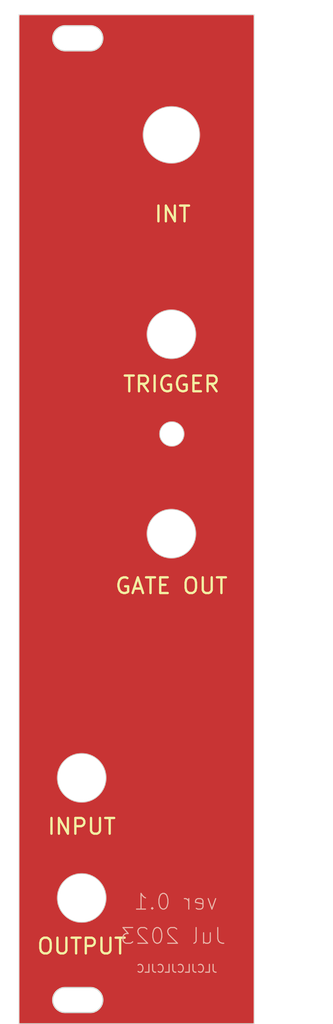
<source format=kicad_pcb>
(kicad_pcb (version 20211014) (generator pcbnew)
  (layers (0 "F.Cu" signal) (31 "B.Cu" signal) (34 "B.Paste" user) (35 "F.Paste" user) (36 "B.SilkS" user "B.Silkscreen") (37 "F.SilkS" user "F.Silkscreen") (38 "B.Mask" user) (39 "F.Mask" user) (44 "Edge.Cuts" user))
  (net 0 "")
  (footprint "Graphics:pot_scale_lines" (layer "F.Cu") (at 133.9 52.8)
    (fp_text reference "G***")
    (fp_text value "LOGO" hide)
  )
  (gr_line (start 120.3 161.45) (end 123.5 161.45) (layer "Edge.Cuts") (width 0.15))
  (gr_circle (center 133.85 103.65) (end 136.95 103.65) (layer "Edge.Cuts") (width 0.1) (fill none))
  (gr_line (start 123.5 42.15) (end 120.3 42.15) (layer "Edge.Cuts") (width 0.15))
  (gr_circle (center 122.4 134.75) (end 125.5 134.75) (layer "Edge.Cuts") (width 0.1) (fill none))
  (gr_rect (start 114.4 37.55) (end 144.4 166.05) (layer "Edge.Cuts") (width 0.1) (fill none))
  (gr_arc (start 120.3 42.15) (mid 118.7 40.55) (end 120.3 38.95) (layer "Edge.Cuts") (width 0.15))
  (gr_arc (start 120.3 164.65) (mid 118.7 163.05) (end 120.3 161.45) (layer "Edge.Cuts") (width 0.15))
  (gr_line (start 120.3 38.95) (end 123.5 38.95) (layer "Edge.Cuts") (width 0.15))
  (gr_arc (start 123.5 38.95) (mid 125.1 40.55) (end 123.5 42.15) (layer "Edge.Cuts") (width 0.15))
  (gr_arc (start 123.5 161.45) (mid 125.1 163.05) (end 123.5 164.65) (layer "Edge.Cuts") (width 0.15))
  (gr_circle (center 133.85 78.25) (end 136.95 78.25) (layer "Edge.Cuts") (width 0.1) (fill none))
  (gr_circle (center 133.85 52.85) (end 137.45 52.85) (layer "Edge.Cuts") (width 0.1) (fill none))
  (gr_circle (center 122.4 150.05) (end 125.5 150.05) (layer "Edge.Cuts") (width 0.1) (fill none))
  (gr_circle (center 133.9 90.95) (end 135.45 90.95) (layer "Edge.Cuts") (width 0.1) (fill none))
  (gr_line (start 123.5 164.65) (end 120.3 164.65) (layer "Edge.Cuts") (width 0.15))
  (gr_text "Jul 2023" (at 134.05 154.9) (layer "B.SilkS") (effects (font (size 2 2)) (justify mirror)))
  (gr_text "JLCJLCJLCJLC" (at 134.55 159.05) (layer "B.SilkS") (effects (font (size 1 1)) (justify mirror)))
  (gr_text "ver 0.1" (at 134.4 150.55) (layer "B.SilkS") (effects (font (size 2 2)) (justify mirror)))
  (gr_text "GATE OUT" (at 133.85 110.3) (layer "F.SilkS") (effects (font (size 2 2) (thickness 0.3))))
  (gr_text "INPUT" (at 122.4 140.95) (layer "F.SilkS") (effects (font (size 2 2) (thickness 0.3))))
  (gr_text "TRIGGER" (at 133.85 84.6) (layer "F.SilkS") (effects (font (size 2 2) (thickness 0.3))))
  (gr_text "INT" (at 134 62.95) (layer "F.SilkS") (effects (font (size 2 2) (thickness 0.3))))
  (gr_text "OUTPUT" (at 122.4 156.2) (layer "F.SilkS") (effects (font (size 2 2) (thickness 0.3))))
  (zone (net 0) (net_name "") (layer "F.Cu") (connect_pads (clearance 0)) (min_thickness 0.254) (fill yes (thermal_gap 0.508) (thermal_bridge_width 0.508))
    (polygon (pts (xy 144.55 166.05) (xy 114.4 166.05) (xy 114.4 37.55) (xy 144.55 37.55)))
  )
)
</source>
